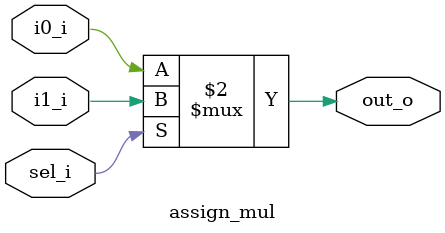
<source format=v>
module assign_mul (
input   i0_i,
input   i1_i,
input   sel_i,
output  out_o    
);

assign  out_o = (sel_i == 1'b0) ? i0_i : i1_i;
    
endmodule
</source>
